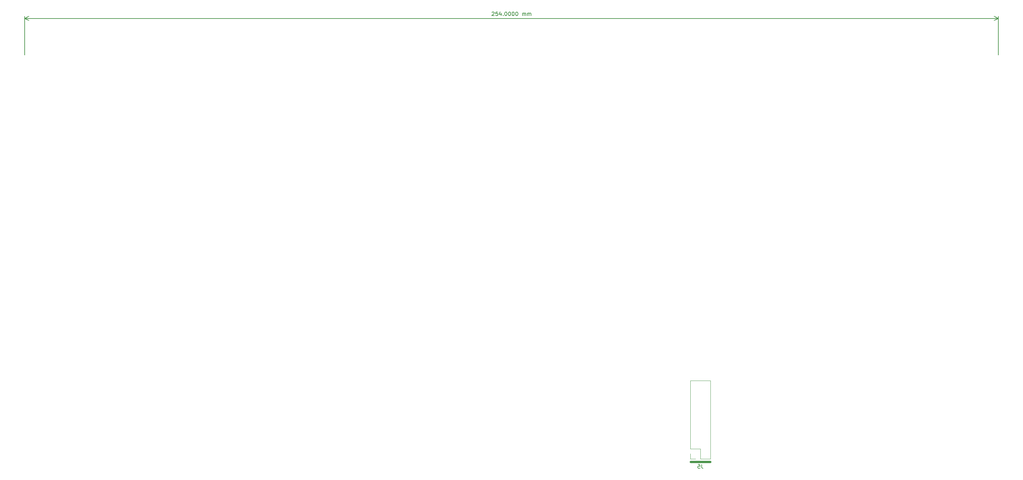
<source format=gbr>
%TF.GenerationSoftware,KiCad,Pcbnew,7.0.9*%
%TF.CreationDate,2023-12-27T12:05:45-06:00*%
%TF.ProjectId,SynthProj,53796e74-6850-4726-9f6a-2e6b69636164,rev?*%
%TF.SameCoordinates,Original*%
%TF.FileFunction,Legend,Bot*%
%TF.FilePolarity,Positive*%
%FSLAX46Y46*%
G04 Gerber Fmt 4.6, Leading zero omitted, Abs format (unit mm)*
G04 Created by KiCad (PCBNEW 7.0.9) date 2023-12-27 12:05:45*
%MOMM*%
%LPD*%
G01*
G04 APERTURE LIST*
%ADD10C,0.600000*%
%ADD11C,0.150000*%
%ADD12C,0.120000*%
G04 APERTURE END LIST*
D10*
X319532000Y-242570000D02*
X324612000Y-242570000D01*
D11*
X267704762Y-125400057D02*
X267752381Y-125352438D01*
X267752381Y-125352438D02*
X267847619Y-125304819D01*
X267847619Y-125304819D02*
X268085714Y-125304819D01*
X268085714Y-125304819D02*
X268180952Y-125352438D01*
X268180952Y-125352438D02*
X268228571Y-125400057D01*
X268228571Y-125400057D02*
X268276190Y-125495295D01*
X268276190Y-125495295D02*
X268276190Y-125590533D01*
X268276190Y-125590533D02*
X268228571Y-125733390D01*
X268228571Y-125733390D02*
X267657143Y-126304819D01*
X267657143Y-126304819D02*
X268276190Y-126304819D01*
X269180952Y-125304819D02*
X268704762Y-125304819D01*
X268704762Y-125304819D02*
X268657143Y-125781009D01*
X268657143Y-125781009D02*
X268704762Y-125733390D01*
X268704762Y-125733390D02*
X268800000Y-125685771D01*
X268800000Y-125685771D02*
X269038095Y-125685771D01*
X269038095Y-125685771D02*
X269133333Y-125733390D01*
X269133333Y-125733390D02*
X269180952Y-125781009D01*
X269180952Y-125781009D02*
X269228571Y-125876247D01*
X269228571Y-125876247D02*
X269228571Y-126114342D01*
X269228571Y-126114342D02*
X269180952Y-126209580D01*
X269180952Y-126209580D02*
X269133333Y-126257200D01*
X269133333Y-126257200D02*
X269038095Y-126304819D01*
X269038095Y-126304819D02*
X268800000Y-126304819D01*
X268800000Y-126304819D02*
X268704762Y-126257200D01*
X268704762Y-126257200D02*
X268657143Y-126209580D01*
X270085714Y-125638152D02*
X270085714Y-126304819D01*
X269847619Y-125257200D02*
X269609524Y-125971485D01*
X269609524Y-125971485D02*
X270228571Y-125971485D01*
X270609524Y-126209580D02*
X270657143Y-126257200D01*
X270657143Y-126257200D02*
X270609524Y-126304819D01*
X270609524Y-126304819D02*
X270561905Y-126257200D01*
X270561905Y-126257200D02*
X270609524Y-126209580D01*
X270609524Y-126209580D02*
X270609524Y-126304819D01*
X271276190Y-125304819D02*
X271371428Y-125304819D01*
X271371428Y-125304819D02*
X271466666Y-125352438D01*
X271466666Y-125352438D02*
X271514285Y-125400057D01*
X271514285Y-125400057D02*
X271561904Y-125495295D01*
X271561904Y-125495295D02*
X271609523Y-125685771D01*
X271609523Y-125685771D02*
X271609523Y-125923866D01*
X271609523Y-125923866D02*
X271561904Y-126114342D01*
X271561904Y-126114342D02*
X271514285Y-126209580D01*
X271514285Y-126209580D02*
X271466666Y-126257200D01*
X271466666Y-126257200D02*
X271371428Y-126304819D01*
X271371428Y-126304819D02*
X271276190Y-126304819D01*
X271276190Y-126304819D02*
X271180952Y-126257200D01*
X271180952Y-126257200D02*
X271133333Y-126209580D01*
X271133333Y-126209580D02*
X271085714Y-126114342D01*
X271085714Y-126114342D02*
X271038095Y-125923866D01*
X271038095Y-125923866D02*
X271038095Y-125685771D01*
X271038095Y-125685771D02*
X271085714Y-125495295D01*
X271085714Y-125495295D02*
X271133333Y-125400057D01*
X271133333Y-125400057D02*
X271180952Y-125352438D01*
X271180952Y-125352438D02*
X271276190Y-125304819D01*
X272228571Y-125304819D02*
X272323809Y-125304819D01*
X272323809Y-125304819D02*
X272419047Y-125352438D01*
X272419047Y-125352438D02*
X272466666Y-125400057D01*
X272466666Y-125400057D02*
X272514285Y-125495295D01*
X272514285Y-125495295D02*
X272561904Y-125685771D01*
X272561904Y-125685771D02*
X272561904Y-125923866D01*
X272561904Y-125923866D02*
X272514285Y-126114342D01*
X272514285Y-126114342D02*
X272466666Y-126209580D01*
X272466666Y-126209580D02*
X272419047Y-126257200D01*
X272419047Y-126257200D02*
X272323809Y-126304819D01*
X272323809Y-126304819D02*
X272228571Y-126304819D01*
X272228571Y-126304819D02*
X272133333Y-126257200D01*
X272133333Y-126257200D02*
X272085714Y-126209580D01*
X272085714Y-126209580D02*
X272038095Y-126114342D01*
X272038095Y-126114342D02*
X271990476Y-125923866D01*
X271990476Y-125923866D02*
X271990476Y-125685771D01*
X271990476Y-125685771D02*
X272038095Y-125495295D01*
X272038095Y-125495295D02*
X272085714Y-125400057D01*
X272085714Y-125400057D02*
X272133333Y-125352438D01*
X272133333Y-125352438D02*
X272228571Y-125304819D01*
X273180952Y-125304819D02*
X273276190Y-125304819D01*
X273276190Y-125304819D02*
X273371428Y-125352438D01*
X273371428Y-125352438D02*
X273419047Y-125400057D01*
X273419047Y-125400057D02*
X273466666Y-125495295D01*
X273466666Y-125495295D02*
X273514285Y-125685771D01*
X273514285Y-125685771D02*
X273514285Y-125923866D01*
X273514285Y-125923866D02*
X273466666Y-126114342D01*
X273466666Y-126114342D02*
X273419047Y-126209580D01*
X273419047Y-126209580D02*
X273371428Y-126257200D01*
X273371428Y-126257200D02*
X273276190Y-126304819D01*
X273276190Y-126304819D02*
X273180952Y-126304819D01*
X273180952Y-126304819D02*
X273085714Y-126257200D01*
X273085714Y-126257200D02*
X273038095Y-126209580D01*
X273038095Y-126209580D02*
X272990476Y-126114342D01*
X272990476Y-126114342D02*
X272942857Y-125923866D01*
X272942857Y-125923866D02*
X272942857Y-125685771D01*
X272942857Y-125685771D02*
X272990476Y-125495295D01*
X272990476Y-125495295D02*
X273038095Y-125400057D01*
X273038095Y-125400057D02*
X273085714Y-125352438D01*
X273085714Y-125352438D02*
X273180952Y-125304819D01*
X274133333Y-125304819D02*
X274228571Y-125304819D01*
X274228571Y-125304819D02*
X274323809Y-125352438D01*
X274323809Y-125352438D02*
X274371428Y-125400057D01*
X274371428Y-125400057D02*
X274419047Y-125495295D01*
X274419047Y-125495295D02*
X274466666Y-125685771D01*
X274466666Y-125685771D02*
X274466666Y-125923866D01*
X274466666Y-125923866D02*
X274419047Y-126114342D01*
X274419047Y-126114342D02*
X274371428Y-126209580D01*
X274371428Y-126209580D02*
X274323809Y-126257200D01*
X274323809Y-126257200D02*
X274228571Y-126304819D01*
X274228571Y-126304819D02*
X274133333Y-126304819D01*
X274133333Y-126304819D02*
X274038095Y-126257200D01*
X274038095Y-126257200D02*
X273990476Y-126209580D01*
X273990476Y-126209580D02*
X273942857Y-126114342D01*
X273942857Y-126114342D02*
X273895238Y-125923866D01*
X273895238Y-125923866D02*
X273895238Y-125685771D01*
X273895238Y-125685771D02*
X273942857Y-125495295D01*
X273942857Y-125495295D02*
X273990476Y-125400057D01*
X273990476Y-125400057D02*
X274038095Y-125352438D01*
X274038095Y-125352438D02*
X274133333Y-125304819D01*
X275657143Y-126304819D02*
X275657143Y-125638152D01*
X275657143Y-125733390D02*
X275704762Y-125685771D01*
X275704762Y-125685771D02*
X275800000Y-125638152D01*
X275800000Y-125638152D02*
X275942857Y-125638152D01*
X275942857Y-125638152D02*
X276038095Y-125685771D01*
X276038095Y-125685771D02*
X276085714Y-125781009D01*
X276085714Y-125781009D02*
X276085714Y-126304819D01*
X276085714Y-125781009D02*
X276133333Y-125685771D01*
X276133333Y-125685771D02*
X276228571Y-125638152D01*
X276228571Y-125638152D02*
X276371428Y-125638152D01*
X276371428Y-125638152D02*
X276466667Y-125685771D01*
X276466667Y-125685771D02*
X276514286Y-125781009D01*
X276514286Y-125781009D02*
X276514286Y-126304819D01*
X276990476Y-126304819D02*
X276990476Y-125638152D01*
X276990476Y-125733390D02*
X277038095Y-125685771D01*
X277038095Y-125685771D02*
X277133333Y-125638152D01*
X277133333Y-125638152D02*
X277276190Y-125638152D01*
X277276190Y-125638152D02*
X277371428Y-125685771D01*
X277371428Y-125685771D02*
X277419047Y-125781009D01*
X277419047Y-125781009D02*
X277419047Y-126304819D01*
X277419047Y-125781009D02*
X277466666Y-125685771D01*
X277466666Y-125685771D02*
X277561904Y-125638152D01*
X277561904Y-125638152D02*
X277704761Y-125638152D01*
X277704761Y-125638152D02*
X277800000Y-125685771D01*
X277800000Y-125685771D02*
X277847619Y-125781009D01*
X277847619Y-125781009D02*
X277847619Y-126304819D01*
X145800000Y-136500000D02*
X145800000Y-126413580D01*
X399800000Y-136500000D02*
X399800000Y-126413580D01*
X145800000Y-127000000D02*
X399800000Y-127000000D01*
X145800000Y-127000000D02*
X399800000Y-127000000D01*
X145800000Y-127000000D02*
X146926504Y-126413579D01*
X145800000Y-127000000D02*
X146926504Y-127586421D01*
X399800000Y-127000000D02*
X398673496Y-127586421D01*
X399800000Y-127000000D02*
X398673496Y-126413579D01*
X322405333Y-243294819D02*
X322405333Y-244009104D01*
X322405333Y-244009104D02*
X322452952Y-244151961D01*
X322452952Y-244151961D02*
X322548190Y-244247200D01*
X322548190Y-244247200D02*
X322691047Y-244294819D01*
X322691047Y-244294819D02*
X322786285Y-244294819D01*
X321452952Y-243294819D02*
X321929142Y-243294819D01*
X321929142Y-243294819D02*
X321976761Y-243771009D01*
X321976761Y-243771009D02*
X321929142Y-243723390D01*
X321929142Y-243723390D02*
X321833904Y-243675771D01*
X321833904Y-243675771D02*
X321595809Y-243675771D01*
X321595809Y-243675771D02*
X321500571Y-243723390D01*
X321500571Y-243723390D02*
X321452952Y-243771009D01*
X321452952Y-243771009D02*
X321405333Y-243866247D01*
X321405333Y-243866247D02*
X321405333Y-244104342D01*
X321405333Y-244104342D02*
X321452952Y-244199580D01*
X321452952Y-244199580D02*
X321500571Y-244247200D01*
X321500571Y-244247200D02*
X321595809Y-244294819D01*
X321595809Y-244294819D02*
X321833904Y-244294819D01*
X321833904Y-244294819D02*
X321929142Y-244247200D01*
X321929142Y-244247200D02*
X321976761Y-244199580D01*
D12*
%TO.C,J5*%
X319467000Y-221413000D02*
X324667000Y-221413000D01*
X319467000Y-239253000D02*
X319467000Y-221413000D01*
X319467000Y-239253000D02*
X322067000Y-239253000D01*
X319467000Y-240523000D02*
X319467000Y-241853000D01*
X319467000Y-241853000D02*
X320797000Y-241853000D01*
X322067000Y-239253000D02*
X322067000Y-241853000D01*
X322067000Y-241853000D02*
X324667000Y-241853000D01*
X324667000Y-241853000D02*
X324667000Y-221413000D01*
%TD*%
M02*

</source>
